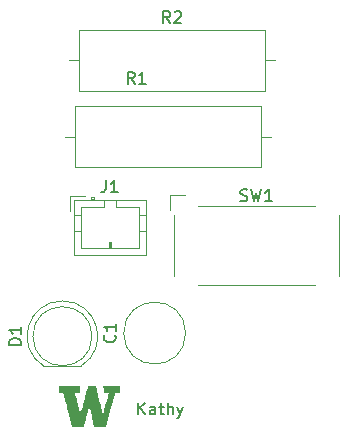
<source format=gbr>
G04 #@! TF.GenerationSoftware,KiCad,Pcbnew,(6.0.4)*
G04 #@! TF.CreationDate,2023-02-21T11:49:36-08:00*
G04 #@! TF.ProjectId,Lab4_Exercise,4c616234-5f45-4786-9572-636973652e6b,rev?*
G04 #@! TF.SameCoordinates,Original*
G04 #@! TF.FileFunction,Legend,Top*
G04 #@! TF.FilePolarity,Positive*
%FSLAX46Y46*%
G04 Gerber Fmt 4.6, Leading zero omitted, Abs format (unit mm)*
G04 Created by KiCad (PCBNEW (6.0.4)) date 2023-02-21 11:49:36*
%MOMM*%
%LPD*%
G01*
G04 APERTURE LIST*
%ADD10C,0.150000*%
%ADD11C,0.120000*%
G04 APERTURE END LIST*
D10*
X152166666Y-102452380D02*
X152166666Y-101452380D01*
X152738095Y-102452380D02*
X152309523Y-101880952D01*
X152738095Y-101452380D02*
X152166666Y-102023809D01*
X153595238Y-102452380D02*
X153595238Y-101928571D01*
X153547619Y-101833333D01*
X153452380Y-101785714D01*
X153261904Y-101785714D01*
X153166666Y-101833333D01*
X153595238Y-102404761D02*
X153500000Y-102452380D01*
X153261904Y-102452380D01*
X153166666Y-102404761D01*
X153119047Y-102309523D01*
X153119047Y-102214285D01*
X153166666Y-102119047D01*
X153261904Y-102071428D01*
X153500000Y-102071428D01*
X153595238Y-102023809D01*
X153928571Y-101785714D02*
X154309523Y-101785714D01*
X154071428Y-101452380D02*
X154071428Y-102309523D01*
X154119047Y-102404761D01*
X154214285Y-102452380D01*
X154309523Y-102452380D01*
X154642857Y-102452380D02*
X154642857Y-101452380D01*
X155071428Y-102452380D02*
X155071428Y-101928571D01*
X155023809Y-101833333D01*
X154928571Y-101785714D01*
X154785714Y-101785714D01*
X154690476Y-101833333D01*
X154642857Y-101880952D01*
X155452380Y-101785714D02*
X155690476Y-102452380D01*
X155928571Y-101785714D02*
X155690476Y-102452380D01*
X155595238Y-102690476D01*
X155547619Y-102738095D01*
X155452380Y-102785714D01*
G04 #@! TO.C,SW1*
X160806666Y-84344761D02*
X160949523Y-84392380D01*
X161187619Y-84392380D01*
X161282857Y-84344761D01*
X161330476Y-84297142D01*
X161378095Y-84201904D01*
X161378095Y-84106666D01*
X161330476Y-84011428D01*
X161282857Y-83963809D01*
X161187619Y-83916190D01*
X160997142Y-83868571D01*
X160901904Y-83820952D01*
X160854285Y-83773333D01*
X160806666Y-83678095D01*
X160806666Y-83582857D01*
X160854285Y-83487619D01*
X160901904Y-83440000D01*
X160997142Y-83392380D01*
X161235238Y-83392380D01*
X161378095Y-83440000D01*
X161711428Y-83392380D02*
X161949523Y-84392380D01*
X162140000Y-83678095D01*
X162330476Y-84392380D01*
X162568571Y-83392380D01*
X163473333Y-84392380D02*
X162901904Y-84392380D01*
X163187619Y-84392380D02*
X163187619Y-83392380D01*
X163092380Y-83535238D01*
X162997142Y-83630476D01*
X162901904Y-83678095D01*
G04 #@! TO.C,R1*
X151833333Y-74452380D02*
X151500000Y-73976190D01*
X151261904Y-74452380D02*
X151261904Y-73452380D01*
X151642857Y-73452380D01*
X151738095Y-73500000D01*
X151785714Y-73547619D01*
X151833333Y-73642857D01*
X151833333Y-73785714D01*
X151785714Y-73880952D01*
X151738095Y-73928571D01*
X151642857Y-73976190D01*
X151261904Y-73976190D01*
X152785714Y-74452380D02*
X152214285Y-74452380D01*
X152500000Y-74452380D02*
X152500000Y-73452380D01*
X152404761Y-73595238D01*
X152309523Y-73690476D01*
X152214285Y-73738095D01*
G04 #@! TO.C,J1*
X149406666Y-82632380D02*
X149406666Y-83346666D01*
X149359047Y-83489523D01*
X149263809Y-83584761D01*
X149120952Y-83632380D01*
X149025714Y-83632380D01*
X150406666Y-83632380D02*
X149835238Y-83632380D01*
X150120952Y-83632380D02*
X150120952Y-82632380D01*
X150025714Y-82775238D01*
X149930476Y-82870476D01*
X149835238Y-82918095D01*
G04 #@! TO.C,D1*
X142222380Y-96563095D02*
X141222380Y-96563095D01*
X141222380Y-96325000D01*
X141270000Y-96182142D01*
X141365238Y-96086904D01*
X141460476Y-96039285D01*
X141650952Y-95991666D01*
X141793809Y-95991666D01*
X141984285Y-96039285D01*
X142079523Y-96086904D01*
X142174761Y-96182142D01*
X142222380Y-96325000D01*
X142222380Y-96563095D01*
X142222380Y-95039285D02*
X142222380Y-95610714D01*
X142222380Y-95325000D02*
X141222380Y-95325000D01*
X141365238Y-95420238D01*
X141460476Y-95515476D01*
X141508095Y-95610714D01*
G04 #@! TO.C,C1*
X150147142Y-95726666D02*
X150194761Y-95774285D01*
X150242380Y-95917142D01*
X150242380Y-96012380D01*
X150194761Y-96155238D01*
X150099523Y-96250476D01*
X150004285Y-96298095D01*
X149813809Y-96345714D01*
X149670952Y-96345714D01*
X149480476Y-96298095D01*
X149385238Y-96250476D01*
X149290000Y-96155238D01*
X149242380Y-96012380D01*
X149242380Y-95917142D01*
X149290000Y-95774285D01*
X149337619Y-95726666D01*
X150242380Y-94774285D02*
X150242380Y-95345714D01*
X150242380Y-95060000D02*
X149242380Y-95060000D01*
X149385238Y-95155238D01*
X149480476Y-95250476D01*
X149528095Y-95345714D01*
G04 #@! TO.C,R2*
X154853333Y-69312380D02*
X154520000Y-68836190D01*
X154281904Y-69312380D02*
X154281904Y-68312380D01*
X154662857Y-68312380D01*
X154758095Y-68360000D01*
X154805714Y-68407619D01*
X154853333Y-68502857D01*
X154853333Y-68645714D01*
X154805714Y-68740952D01*
X154758095Y-68788571D01*
X154662857Y-68836190D01*
X154281904Y-68836190D01*
X155234285Y-68407619D02*
X155281904Y-68360000D01*
X155377142Y-68312380D01*
X155615238Y-68312380D01*
X155710476Y-68360000D01*
X155758095Y-68407619D01*
X155805714Y-68502857D01*
X155805714Y-68598095D01*
X155758095Y-68740952D01*
X155186666Y-69312380D01*
X155805714Y-69312380D01*
D11*
G04 #@! TO.C,SW1*
X169140000Y-85540000D02*
X169140000Y-90740000D01*
X154840000Y-85140000D02*
X154840000Y-83840000D01*
X157190000Y-84790000D02*
X167090000Y-84790000D01*
X154840000Y-83840000D02*
X156140000Y-83840000D01*
X155140000Y-90740000D02*
X155140000Y-85540000D01*
X167090000Y-91490000D02*
X157190000Y-91490000D01*
G04 #@! TO.C,R1*
X162520000Y-81540000D02*
X162520000Y-76300000D01*
X163370000Y-78920000D02*
X162520000Y-78920000D01*
X145930000Y-78920000D02*
X146780000Y-78920000D01*
X146780000Y-81540000D02*
X162520000Y-81540000D01*
X162520000Y-76300000D02*
X146780000Y-76300000D01*
X146780000Y-76300000D02*
X146780000Y-81540000D01*
G04 #@! TO.C,J1*
X152800000Y-88990000D02*
X152800000Y-84270000D01*
X148440000Y-84270000D02*
X148440000Y-84070000D01*
X148440000Y-84170000D02*
X148140000Y-84170000D01*
X150240000Y-84880000D02*
X150240000Y-84270000D01*
X152800000Y-84270000D02*
X146680000Y-84270000D01*
X146680000Y-84270000D02*
X146680000Y-88990000D01*
X148440000Y-84070000D02*
X148140000Y-84070000D01*
X152190000Y-84880000D02*
X150240000Y-84880000D01*
X149640000Y-88380000D02*
X149640000Y-87880000D01*
X149240000Y-84880000D02*
X147290000Y-84880000D01*
X149740000Y-88380000D02*
X149740000Y-87880000D01*
X152190000Y-88380000D02*
X152190000Y-84880000D01*
X146680000Y-88990000D02*
X152800000Y-88990000D01*
X152800000Y-85580000D02*
X152190000Y-85580000D01*
X147630000Y-83970000D02*
X146380000Y-83970000D01*
X149240000Y-84270000D02*
X149240000Y-84880000D01*
X146680000Y-85580000D02*
X147290000Y-85580000D01*
X146380000Y-83970000D02*
X146380000Y-85220000D01*
X152800000Y-86880000D02*
X152190000Y-86880000D01*
X149840000Y-87880000D02*
X149840000Y-88380000D01*
X148140000Y-84070000D02*
X148140000Y-84270000D01*
X149640000Y-87880000D02*
X149840000Y-87880000D01*
X147290000Y-88380000D02*
X152190000Y-88380000D01*
X146680000Y-86880000D02*
X147290000Y-86880000D01*
X147290000Y-84880000D02*
X147290000Y-88380000D01*
G04 #@! TO.C,D1*
X144185000Y-98385000D02*
X147275000Y-98385000D01*
X147274830Y-98385000D02*
G75*
G03*
X145729538Y-92835000I-1544830J2560000D01*
G01*
X145730462Y-92835000D02*
G75*
G03*
X144185170Y-98385000I-462J-2990000D01*
G01*
X148230000Y-95825000D02*
G75*
G03*
X148230000Y-95825000I-2500000J0D01*
G01*
G04 #@! TO.C,C1*
X156160000Y-95560000D02*
G75*
G03*
X156160000Y-95560000I-2620000J0D01*
G01*
G04 #@! TO.C,R2*
X162890000Y-69860000D02*
X147150000Y-69860000D01*
X162890000Y-75100000D02*
X162890000Y-69860000D01*
X163740000Y-72480000D02*
X162890000Y-72480000D01*
X146300000Y-72480000D02*
X147150000Y-72480000D01*
X147150000Y-69860000D02*
X147150000Y-75100000D01*
X147150000Y-75100000D02*
X162890000Y-75100000D01*
G04 #@! TO.C,G\u002A\u002A\u002A*
G36*
X148233761Y-100026733D02*
G01*
X148556351Y-100033035D01*
X148852348Y-101232474D01*
X148908241Y-101458050D01*
X148961144Y-101669798D01*
X149010025Y-101863703D01*
X149053851Y-102035752D01*
X149091589Y-102181932D01*
X149122207Y-102298230D01*
X149144671Y-102380631D01*
X149157949Y-102425122D01*
X149160992Y-102431982D01*
X149168847Y-102410960D01*
X149186805Y-102351654D01*
X149213323Y-102259743D01*
X149246859Y-102140906D01*
X149285869Y-102000822D01*
X149328810Y-101845169D01*
X149374140Y-101679627D01*
X149420314Y-101509874D01*
X149465790Y-101341588D01*
X149509026Y-101180449D01*
X149548477Y-101032136D01*
X149582600Y-100902327D01*
X149609854Y-100796701D01*
X149628693Y-100720936D01*
X149637577Y-100680712D01*
X149638065Y-100676279D01*
X149616620Y-100668574D01*
X149559762Y-100661317D01*
X149477550Y-100655590D01*
X149426903Y-100653539D01*
X149216562Y-100647001D01*
X149210236Y-100334333D01*
X149203909Y-100021666D01*
X150592301Y-100021666D01*
X150592301Y-100658371D01*
X150388079Y-100658371D01*
X150291207Y-100658830D01*
X150230389Y-100661994D01*
X150196200Y-100670549D01*
X150179214Y-100687176D01*
X150170006Y-100714560D01*
X150168430Y-100720905D01*
X150159998Y-100753607D01*
X150141016Y-100826297D01*
X150112531Y-100934987D01*
X150075591Y-101075690D01*
X150031244Y-101244419D01*
X149980539Y-101437187D01*
X149924523Y-101650005D01*
X149864244Y-101878888D01*
X149800751Y-102119846D01*
X149796378Y-102136437D01*
X149439751Y-103489436D01*
X148941366Y-103495542D01*
X148442981Y-103501647D01*
X148240494Y-102688290D01*
X148193476Y-102499653D01*
X148149126Y-102322149D01*
X148108832Y-102161301D01*
X148073981Y-102022632D01*
X148045961Y-101911663D01*
X148026161Y-101833917D01*
X148016085Y-101795345D01*
X148009598Y-101777689D01*
X148001887Y-101772680D01*
X147991776Y-101783985D01*
X147978084Y-101815271D01*
X147959636Y-101870206D01*
X147935252Y-101952455D01*
X147903755Y-102065686D01*
X147863967Y-102213566D01*
X147814710Y-102399761D01*
X147782321Y-102523008D01*
X147732930Y-102710957D01*
X147686254Y-102888083D01*
X147643770Y-103048814D01*
X147606956Y-103187582D01*
X147577289Y-103298814D01*
X147556248Y-103376942D01*
X147545562Y-103415533D01*
X147520645Y-103500806D01*
X146527613Y-103500806D01*
X146193993Y-102164862D01*
X146133709Y-101923541D01*
X146076186Y-101693435D01*
X146022460Y-101478671D01*
X145973564Y-101283373D01*
X145930532Y-101111669D01*
X145894397Y-100967683D01*
X145866195Y-100855541D01*
X145846959Y-100779370D01*
X145837816Y-100743644D01*
X145815257Y-100658371D01*
X145407699Y-100658371D01*
X145407699Y-100021666D01*
X147249597Y-100021666D01*
X147249597Y-100658371D01*
X147019770Y-100658371D01*
X146910871Y-100659783D01*
X146841741Y-100664506D01*
X146806743Y-100673270D01*
X146800236Y-100686795D01*
X146807853Y-100714538D01*
X146825164Y-100781474D01*
X146850921Y-100882653D01*
X146883873Y-101013126D01*
X146922773Y-101167943D01*
X146966370Y-101342155D01*
X147013415Y-101530811D01*
X147024072Y-101573635D01*
X147071582Y-101763450D01*
X147116006Y-101938703D01*
X147156102Y-102094652D01*
X147190625Y-102226558D01*
X147218332Y-102329679D01*
X147237978Y-102399275D01*
X147248319Y-102430604D01*
X147249290Y-102431903D01*
X147257276Y-102410589D01*
X147275765Y-102349482D01*
X147303599Y-102252749D01*
X147339618Y-102124556D01*
X147382663Y-101969067D01*
X147431575Y-101790450D01*
X147485195Y-101592869D01*
X147542362Y-101380492D01*
X147554623Y-101334723D01*
X147613392Y-101115352D01*
X147669501Y-100906246D01*
X147721674Y-100712134D01*
X147768637Y-100537745D01*
X147809114Y-100387809D01*
X147841830Y-100267057D01*
X147865509Y-100180216D01*
X147878876Y-100132017D01*
X147879725Y-100129060D01*
X147911171Y-100020430D01*
X148233761Y-100026733D01*
G37*
G04 #@! TD*
M02*

</source>
